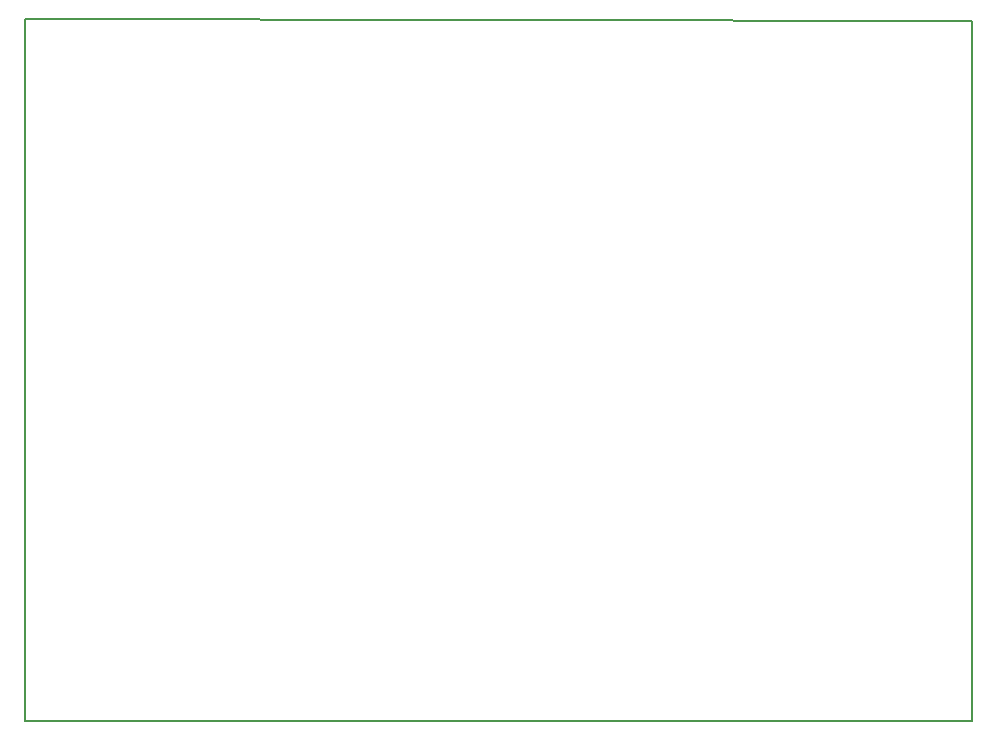
<source format=gm1>
G04 #@! TF.GenerationSoftware,KiCad,Pcbnew,8.0.8*
G04 #@! TF.CreationDate,2025-05-09T16:42:09+03:00*
G04 #@! TF.ProjectId,Lick_Valves_final,4c69636b-5f56-4616-9c76-65735f66696e,rev?*
G04 #@! TF.SameCoordinates,Original*
G04 #@! TF.FileFunction,Profile,NP*
%FSLAX46Y46*%
G04 Gerber Fmt 4.6, Leading zero omitted, Abs format (unit mm)*
G04 Created by KiCad (PCBNEW 8.0.8) date 2025-05-09 16:42:09*
%MOMM*%
%LPD*%
G01*
G04 APERTURE LIST*
G04 #@! TA.AperFunction,Profile*
%ADD10C,0.150000*%
G04 #@! TD*
G04 APERTURE END LIST*
D10*
X110190000Y-79950000D02*
X30010000Y-79790000D01*
X30010000Y-139260000D02*
X110250000Y-139300000D01*
X30010000Y-79790000D02*
X30010000Y-139260000D01*
X110250000Y-139300000D02*
X110190000Y-79950000D01*
M02*

</source>
